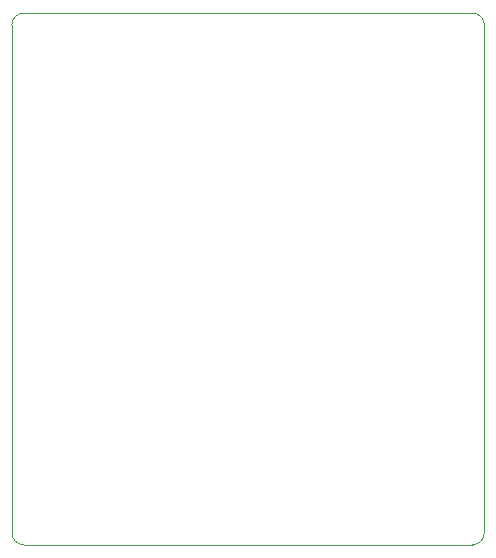
<source format=gbr>
%FSLAX46Y46*%
%MOMM*%
%ADD10C,0.010000*%
G01*
G01*
%LPD*%
D10*
X0Y999999D02*
X0Y44000000D01*
D10*
X999999Y45000000D02*
X39000000Y45000000D01*
D10*
X40000000Y44000000D02*
X40000000Y999999D01*
D10*
X39000000Y0D02*
X999999Y0D01*
G75*
G02*
D10*
X999999Y0D02*
X0Y999999I0J999999D01*
G02*
D10*
X0Y44000000D02*
X999999Y45000000I999999J0D01*
G02*
D10*
X39000000Y45000000D02*
X40000000Y44000000I0J-1000000D01*
G02*
D10*
X40000000Y999999D02*
X39000000Y0I-1000000J0D01*
M02*

</source>
